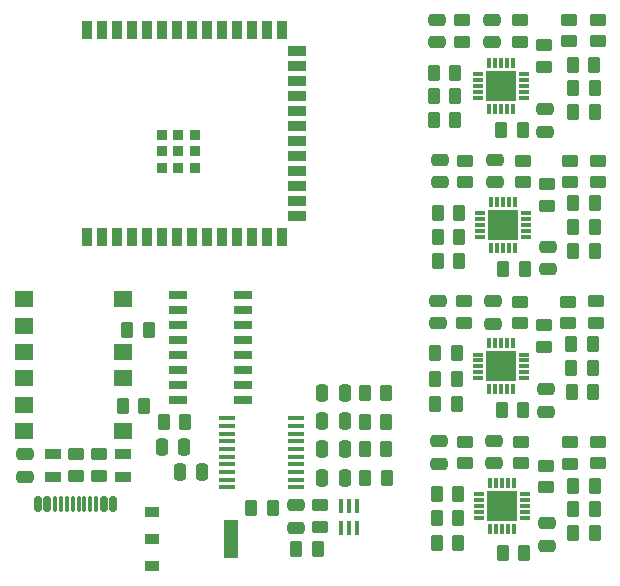
<source format=gbr>
%TF.GenerationSoftware,KiCad,Pcbnew,9.0.6*%
%TF.CreationDate,2025-12-28T18:42:45+01:00*%
%TF.ProjectId,scheme,73636865-6d65-42e6-9b69-6361645f7063,rev?*%
%TF.SameCoordinates,Original*%
%TF.FileFunction,Paste,Top*%
%TF.FilePolarity,Positive*%
%FSLAX46Y46*%
G04 Gerber Fmt 4.6, Leading zero omitted, Abs format (unit mm)*
G04 Created by KiCad (PCBNEW 9.0.6) date 2025-12-28 18:42:45*
%MOMM*%
%LPD*%
G01*
G04 APERTURE LIST*
G04 Aperture macros list*
%AMRoundRect*
0 Rectangle with rounded corners*
0 $1 Rounding radius*
0 $2 $3 $4 $5 $6 $7 $8 $9 X,Y pos of 4 corners*
0 Add a 4 corners polygon primitive as box body*
4,1,4,$2,$3,$4,$5,$6,$7,$8,$9,$2,$3,0*
0 Add four circle primitives for the rounded corners*
1,1,$1+$1,$2,$3*
1,1,$1+$1,$4,$5*
1,1,$1+$1,$6,$7*
1,1,$1+$1,$8,$9*
0 Add four rect primitives between the rounded corners*
20,1,$1+$1,$2,$3,$4,$5,0*
20,1,$1+$1,$4,$5,$6,$7,0*
20,1,$1+$1,$6,$7,$8,$9,0*
20,1,$1+$1,$8,$9,$2,$3,0*%
G04 Aperture macros list end*
%ADD10RoundRect,0.250000X0.262500X0.450000X-0.262500X0.450000X-0.262500X-0.450000X0.262500X-0.450000X0*%
%ADD11RoundRect,0.250000X-0.262500X-0.450000X0.262500X-0.450000X0.262500X0.450000X-0.262500X0.450000X0*%
%ADD12RoundRect,0.250000X0.450000X-0.262500X0.450000X0.262500X-0.450000X0.262500X-0.450000X-0.262500X0*%
%ADD13RoundRect,0.250000X0.475000X-0.250000X0.475000X0.250000X-0.475000X0.250000X-0.475000X-0.250000X0*%
%ADD14RoundRect,0.250000X-0.475000X0.250000X-0.475000X-0.250000X0.475000X-0.250000X0.475000X0.250000X0*%
%ADD15R,2.650000X2.650000*%
%ADD16R,0.300000X0.850000*%
%ADD17R,0.850000X0.300000*%
%ADD18RoundRect,0.250000X-0.450000X0.262500X-0.450000X-0.262500X0.450000X-0.262500X0.450000X0.262500X0*%
%ADD19RoundRect,0.250000X0.250000X0.475000X-0.250000X0.475000X-0.250000X-0.475000X0.250000X-0.475000X0*%
%ADD20RoundRect,0.250000X-0.250000X-0.475000X0.250000X-0.475000X0.250000X0.475000X-0.250000X0.475000X0*%
%ADD21R,0.900000X1.500000*%
%ADD22R,1.500000X0.900000*%
%ADD23R,0.900000X0.900000*%
%ADD24R,1.475000X0.450000*%
%ADD25R,1.550000X0.700000*%
%ADD26R,1.300000X0.950000*%
%ADD27R,1.300000X3.250000*%
%ADD28R,1.600000X1.400000*%
%ADD29R,1.400000X0.950000*%
%ADD30R,0.400000X1.200000*%
%ADD31RoundRect,0.150000X-0.150000X-0.500000X0.150000X-0.500000X0.150000X0.500000X-0.150000X0.500000X0*%
%ADD32RoundRect,0.075000X-0.075000X-0.575000X0.075000X-0.575000X0.075000X0.575000X-0.075000X0.575000X0*%
G04 APERTURE END LIST*
D10*
%TO.C,R20*%
X223600000Y-129650000D03*
X225425000Y-129650000D03*
%TD*%
D11*
%TO.C,R12*%
X219900000Y-126900000D03*
X218075000Y-126900000D03*
%TD*%
%TO.C,R18*%
X231375000Y-126050000D03*
X229550000Y-126050000D03*
%TD*%
D12*
%TO.C,R8*%
X229300000Y-120425000D03*
X229300000Y-122250000D03*
%TD*%
D13*
%TO.C,C2*%
X218250000Y-120350000D03*
X218250000Y-122250000D03*
%TD*%
D11*
%TO.C,R19*%
X231375000Y-128050000D03*
X229550000Y-128050000D03*
%TD*%
%TO.C,R17*%
X231375000Y-124050000D03*
X229550000Y-124050000D03*
%TD*%
D14*
%TO.C,C3*%
X222950000Y-122250000D03*
X222950000Y-120350000D03*
%TD*%
D15*
%TO.C,IC2*%
X223600000Y-125900000D03*
D16*
X224600000Y-127850000D03*
X224100000Y-127850000D03*
X223600000Y-127850000D03*
X223100000Y-127850000D03*
X222600000Y-127850000D03*
D17*
X221650000Y-126900000D03*
X221650000Y-126400000D03*
X221650000Y-125900000D03*
X221650000Y-125400000D03*
X221650000Y-124900000D03*
D16*
X222600000Y-123950000D03*
X223100000Y-123950000D03*
X223600000Y-123950000D03*
X224100000Y-123950000D03*
X224600000Y-123950000D03*
D17*
X225550000Y-124900000D03*
X225550000Y-125400000D03*
X225550000Y-125900000D03*
X225550000Y-126400000D03*
X225550000Y-126900000D03*
%TD*%
D12*
%TO.C,R7*%
X220400000Y-120425000D03*
X220400000Y-122250000D03*
%TD*%
%TO.C,R6*%
X231600000Y-120425000D03*
X231600000Y-122250000D03*
%TD*%
D18*
%TO.C,R13*%
X227300000Y-124250000D03*
X227300000Y-122425000D03*
%TD*%
D12*
%TO.C,R9*%
X225300000Y-120425000D03*
X225300000Y-122250000D03*
%TD*%
D11*
%TO.C,R10*%
X219900000Y-124850000D03*
X218075000Y-124850000D03*
%TD*%
D10*
%TO.C,R11*%
X218050000Y-128950000D03*
X219875000Y-128950000D03*
%TD*%
D13*
%TO.C,C4*%
X227400000Y-127750000D03*
X227400000Y-129650000D03*
%TD*%
D12*
%TO.C,R21*%
X231600000Y-110325000D03*
X231600000Y-108500000D03*
%TD*%
D11*
%TO.C,R30*%
X229525000Y-114300000D03*
X231350000Y-114300000D03*
%TD*%
D14*
%TO.C,C7*%
X222650000Y-108500000D03*
X222650000Y-110400000D03*
%TD*%
D12*
%TO.C,R23*%
X229200000Y-110325000D03*
X229200000Y-108500000D03*
%TD*%
D18*
%TO.C,R28*%
X227100000Y-110675000D03*
X227100000Y-112500000D03*
%TD*%
D10*
%TO.C,R35*%
X219550000Y-117000000D03*
X217725000Y-117000000D03*
%TD*%
D12*
%TO.C,R24*%
X225050000Y-110350000D03*
X225050000Y-108525000D03*
%TD*%
D13*
%TO.C,C5*%
X218000000Y-110400000D03*
X218000000Y-108500000D03*
%TD*%
D11*
%TO.C,R31*%
X229550000Y-116300000D03*
X231375000Y-116300000D03*
%TD*%
%TO.C,R34*%
X217725000Y-115000000D03*
X219550000Y-115000000D03*
%TD*%
%TO.C,R29*%
X229500000Y-112300000D03*
X231325000Y-112300000D03*
%TD*%
D17*
%TO.C,IC5*%
X225350000Y-115100000D03*
X225350000Y-114600000D03*
X225350000Y-114100000D03*
X225350000Y-113600000D03*
X225350000Y-113100000D03*
D16*
X224400000Y-112150000D03*
X223900000Y-112150000D03*
X223400000Y-112150000D03*
X222900000Y-112150000D03*
X222400000Y-112150000D03*
D17*
X221450000Y-113100000D03*
X221450000Y-113600000D03*
X221450000Y-114100000D03*
X221450000Y-114600000D03*
X221450000Y-115100000D03*
D16*
X222400000Y-116050000D03*
X222900000Y-116050000D03*
X223400000Y-116050000D03*
X223900000Y-116050000D03*
X224400000Y-116050000D03*
D15*
X223400000Y-114100000D03*
%TD*%
D12*
%TO.C,R22*%
X220150000Y-110350000D03*
X220150000Y-108525000D03*
%TD*%
D11*
%TO.C,R33*%
X217725000Y-113000000D03*
X219550000Y-113000000D03*
%TD*%
D13*
%TO.C,C8*%
X227150000Y-118000000D03*
X227150000Y-116100000D03*
%TD*%
D10*
%TO.C,R32*%
X225250000Y-117800000D03*
X223425000Y-117800000D03*
%TD*%
D11*
%TO.C,R55*%
X231225000Y-140000000D03*
X229400000Y-140000000D03*
%TD*%
%TO.C,R15*%
X206100000Y-153300000D03*
X207925000Y-153300000D03*
%TD*%
D12*
%TO.C,R60*%
X225150000Y-146050000D03*
X225150000Y-144225000D03*
%TD*%
D19*
%TO.C,C1*%
X198125000Y-146800000D03*
X196225000Y-146800000D03*
%TD*%
D10*
%TO.C,R53*%
X219675000Y-141050000D03*
X217850000Y-141050000D03*
%TD*%
D20*
%TO.C,C21*%
X208275000Y-140100000D03*
X210175000Y-140100000D03*
%TD*%
D17*
%TO.C,IC7*%
X225450000Y-150700000D03*
X225450000Y-150200000D03*
X225450000Y-149700000D03*
X225450000Y-149200000D03*
X225450000Y-148700000D03*
D16*
X224500000Y-147750000D03*
X224000000Y-147750000D03*
X223500000Y-147750000D03*
X223000000Y-147750000D03*
X222500000Y-147750000D03*
D17*
X221550000Y-148700000D03*
X221550000Y-149200000D03*
X221550000Y-149700000D03*
X221550000Y-150200000D03*
X221550000Y-150700000D03*
D16*
X222500000Y-151650000D03*
X223000000Y-151650000D03*
X223500000Y-151650000D03*
X224000000Y-151650000D03*
X224500000Y-151650000D03*
D15*
X223500000Y-149700000D03*
%TD*%
D11*
%TO.C,R69*%
X211900000Y-147300000D03*
X213725000Y-147300000D03*
%TD*%
%TO.C,R70*%
X211875000Y-144850000D03*
X213700000Y-144850000D03*
%TD*%
D20*
%TO.C,C18*%
X208275000Y-144850000D03*
X210175000Y-144850000D03*
%TD*%
D13*
%TO.C,C14*%
X227200000Y-141700000D03*
X227200000Y-139800000D03*
%TD*%
D19*
%TO.C,C19*%
X210175000Y-147300000D03*
X208275000Y-147300000D03*
%TD*%
D21*
%TO.C,IC3*%
X188390000Y-126900000D03*
X189660000Y-126900000D03*
X190930000Y-126900000D03*
X192200000Y-126900000D03*
X193470000Y-126900000D03*
X194740000Y-126900000D03*
X196010000Y-126900000D03*
X197280000Y-126900000D03*
X198550000Y-126900000D03*
X199820000Y-126900000D03*
X201090000Y-126900000D03*
X202360000Y-126900000D03*
X203630000Y-126900000D03*
X204900000Y-126900000D03*
D22*
X206150000Y-125135000D03*
X206150000Y-123865000D03*
X206150000Y-122595000D03*
X206150000Y-121325000D03*
X206150000Y-120055000D03*
X206150000Y-118785000D03*
X206150000Y-117515000D03*
X206150000Y-116245000D03*
X206150000Y-114975000D03*
X206150000Y-113705000D03*
X206150000Y-112435000D03*
X206150000Y-111165000D03*
D21*
X204900000Y-109400000D03*
X203630000Y-109400000D03*
X202360000Y-109400000D03*
X201090000Y-109400000D03*
X199820000Y-109400000D03*
X198550000Y-109400000D03*
X197280000Y-109400000D03*
X196010000Y-109400000D03*
X194740000Y-109400000D03*
X193470000Y-109400000D03*
X192200000Y-109400000D03*
X190930000Y-109400000D03*
X189660000Y-109400000D03*
X188390000Y-109400000D03*
D23*
X196110000Y-119650000D03*
X194710000Y-119650000D03*
X194710000Y-121050000D03*
X196110000Y-121050000D03*
X197510000Y-121050000D03*
X197510000Y-119650000D03*
X197510000Y-118250000D03*
X196110000Y-118250000D03*
X194710000Y-118250000D03*
%TD*%
D13*
%TO.C,C17*%
X227300000Y-153050000D03*
X227300000Y-151150000D03*
%TD*%
D11*
%TO.C,R73*%
X194875000Y-142600000D03*
X196700000Y-142600000D03*
%TD*%
D18*
%TO.C,R51*%
X227100000Y-134375000D03*
X227100000Y-136200000D03*
%TD*%
D11*
%TO.C,R67*%
X229525000Y-151950000D03*
X231350000Y-151950000D03*
%TD*%
D12*
%TO.C,R59*%
X229300000Y-146100000D03*
X229300000Y-144275000D03*
%TD*%
D24*
%TO.C,IC1*%
X206075000Y-148100000D03*
X206075000Y-147450000D03*
X206075000Y-146800000D03*
X206075000Y-146150000D03*
X206075000Y-145500000D03*
X206075000Y-144850000D03*
X206075000Y-144200000D03*
X206075000Y-143550000D03*
X206075000Y-142900000D03*
X206075000Y-142250000D03*
X200199000Y-142250000D03*
X200199000Y-142900000D03*
X200199000Y-143550000D03*
X200199000Y-144200000D03*
X200199000Y-144850000D03*
X200199000Y-145500000D03*
X200199000Y-146150000D03*
X200199000Y-146800000D03*
X200199000Y-147450000D03*
X200199000Y-148100000D03*
%TD*%
D25*
%TO.C,IC10*%
X201550000Y-140670000D03*
X201550000Y-139400000D03*
X201550000Y-138130000D03*
X201550000Y-136860000D03*
X201550000Y-135590000D03*
X201550000Y-134320000D03*
X201550000Y-133050000D03*
X201550000Y-131780000D03*
X196100000Y-131780000D03*
X196100000Y-133050000D03*
X196100000Y-134320000D03*
X196100000Y-135590000D03*
X196100000Y-136860000D03*
X196100000Y-138130000D03*
X196100000Y-139400000D03*
X196100000Y-140670000D03*
%TD*%
D10*
%TO.C,R68*%
X225400000Y-153650000D03*
X223575000Y-153650000D03*
%TD*%
D26*
%TO.C,IC4*%
X193900000Y-150210000D03*
X193900000Y-152500000D03*
X193900000Y-154790000D03*
D27*
X200600000Y-152500000D03*
%TD*%
D28*
%TO.C,S2*%
X191453000Y-136650000D03*
X183053000Y-136650000D03*
X191453000Y-132150000D03*
X183053000Y-132150000D03*
X183053000Y-134400000D03*
%TD*%
D11*
%TO.C,R71*%
X211875000Y-142550000D03*
X213700000Y-142550000D03*
%TD*%
D18*
%TO.C,R2*%
X189400000Y-145300000D03*
X189400000Y-147125000D03*
%TD*%
D14*
%TO.C,C13*%
X222700000Y-132350000D03*
X222700000Y-134250000D03*
%TD*%
D13*
%TO.C,C6*%
X206075000Y-151500000D03*
X206075000Y-149600000D03*
%TD*%
D18*
%TO.C,R63*%
X227250000Y-146275000D03*
X227250000Y-148100000D03*
%TD*%
D10*
%TO.C,R5*%
X193600000Y-134800000D03*
X191775000Y-134800000D03*
%TD*%
D11*
%TO.C,R72*%
X211875000Y-140100000D03*
X213700000Y-140100000D03*
%TD*%
D28*
%TO.C,S1*%
X191453000Y-143350000D03*
X183053000Y-143350000D03*
X191453000Y-138850000D03*
X183053000Y-138850000D03*
X183053000Y-141100000D03*
%TD*%
D10*
%TO.C,R65*%
X219800000Y-152800000D03*
X217975000Y-152800000D03*
%TD*%
D11*
%TO.C,R62*%
X217975000Y-150700000D03*
X219800000Y-150700000D03*
%TD*%
D29*
%TO.C,R14*%
X191400000Y-147200000D03*
X191400000Y-145300000D03*
%TD*%
D11*
%TO.C,R49*%
X217850000Y-136750000D03*
X219675000Y-136750000D03*
%TD*%
D18*
%TO.C,R1*%
X187400000Y-145300000D03*
X187400000Y-147125000D03*
%TD*%
D11*
%TO.C,R36*%
X202275000Y-149850000D03*
X204100000Y-149850000D03*
%TD*%
%TO.C,R4*%
X191375000Y-141200000D03*
X193200000Y-141200000D03*
%TD*%
D30*
%TO.C,IC8*%
X209907500Y-151532500D03*
X210557500Y-151532500D03*
X211207500Y-151532500D03*
X211207500Y-149632500D03*
X210557500Y-149632500D03*
X209907500Y-149632500D03*
%TD*%
D29*
%TO.C,R37*%
X185500000Y-147200000D03*
X185500000Y-145300000D03*
%TD*%
D12*
%TO.C,R48*%
X225050000Y-134200000D03*
X225050000Y-132375000D03*
%TD*%
%TO.C,R16*%
X208075000Y-151425000D03*
X208075000Y-149600000D03*
%TD*%
%TO.C,R57*%
X231600000Y-146050000D03*
X231600000Y-144225000D03*
%TD*%
%TO.C,R25*%
X231425000Y-134150000D03*
X231425000Y-132325000D03*
%TD*%
D14*
%TO.C,C16*%
X222850000Y-144150000D03*
X222850000Y-146050000D03*
%TD*%
D13*
%TO.C,C10*%
X183100000Y-147200000D03*
X183100000Y-145300000D03*
%TD*%
D11*
%TO.C,R50*%
X217850000Y-138900000D03*
X219675000Y-138900000D03*
%TD*%
D12*
%TO.C,R58*%
X220400000Y-146050000D03*
X220400000Y-144225000D03*
%TD*%
D19*
%TO.C,C22*%
X196600000Y-144700000D03*
X194700000Y-144700000D03*
%TD*%
D12*
%TO.C,R27*%
X229125000Y-134200000D03*
X229125000Y-132375000D03*
%TD*%
D11*
%TO.C,R54*%
X229375000Y-138000000D03*
X231200000Y-138000000D03*
%TD*%
%TO.C,R61*%
X217964500Y-148650000D03*
X219789500Y-148650000D03*
%TD*%
D19*
%TO.C,C20*%
X210175000Y-142500000D03*
X208275000Y-142500000D03*
%TD*%
D13*
%TO.C,C12*%
X218050000Y-134200000D03*
X218050000Y-132300000D03*
%TD*%
D11*
%TO.C,R66*%
X229525000Y-149950000D03*
X231350000Y-149950000D03*
%TD*%
%TO.C,R52*%
X229375000Y-136000000D03*
X231200000Y-136000000D03*
%TD*%
%TO.C,R64*%
X229525000Y-147950000D03*
X231350000Y-147950000D03*
%TD*%
D10*
%TO.C,R56*%
X225300000Y-141550000D03*
X223475000Y-141550000D03*
%TD*%
D12*
%TO.C,R26*%
X220250000Y-134150000D03*
X220250000Y-132325000D03*
%TD*%
D13*
%TO.C,C15*%
X218150000Y-146100000D03*
X218150000Y-144200000D03*
%TD*%
D17*
%TO.C,IC6*%
X225350000Y-138850000D03*
X225350000Y-138350000D03*
X225350000Y-137850000D03*
X225350000Y-137350000D03*
X225350000Y-136850000D03*
D16*
X224400000Y-135900000D03*
X223900000Y-135900000D03*
X223400000Y-135900000D03*
X222900000Y-135900000D03*
X222400000Y-135900000D03*
D17*
X221450000Y-136850000D03*
X221450000Y-137350000D03*
X221450000Y-137850000D03*
X221450000Y-138350000D03*
X221450000Y-138850000D03*
D16*
X222400000Y-139800000D03*
X222900000Y-139800000D03*
X223400000Y-139800000D03*
X223900000Y-139800000D03*
X224400000Y-139800000D03*
D15*
X223400000Y-137850000D03*
%TD*%
D31*
%TO.C,J5*%
X184200000Y-149515000D03*
X185000000Y-149515000D03*
D32*
X186150000Y-149515000D03*
X187150000Y-149515000D03*
X187650000Y-149515000D03*
X188650000Y-149515000D03*
D31*
X189800000Y-149515000D03*
X190600000Y-149515000D03*
X190600000Y-149515000D03*
X189800000Y-149515000D03*
D32*
X189150000Y-149515000D03*
X188150000Y-149515000D03*
X186650000Y-149515000D03*
X185650000Y-149515000D03*
D31*
X185000000Y-149515000D03*
X184200000Y-149515000D03*
%TD*%
M02*

</source>
